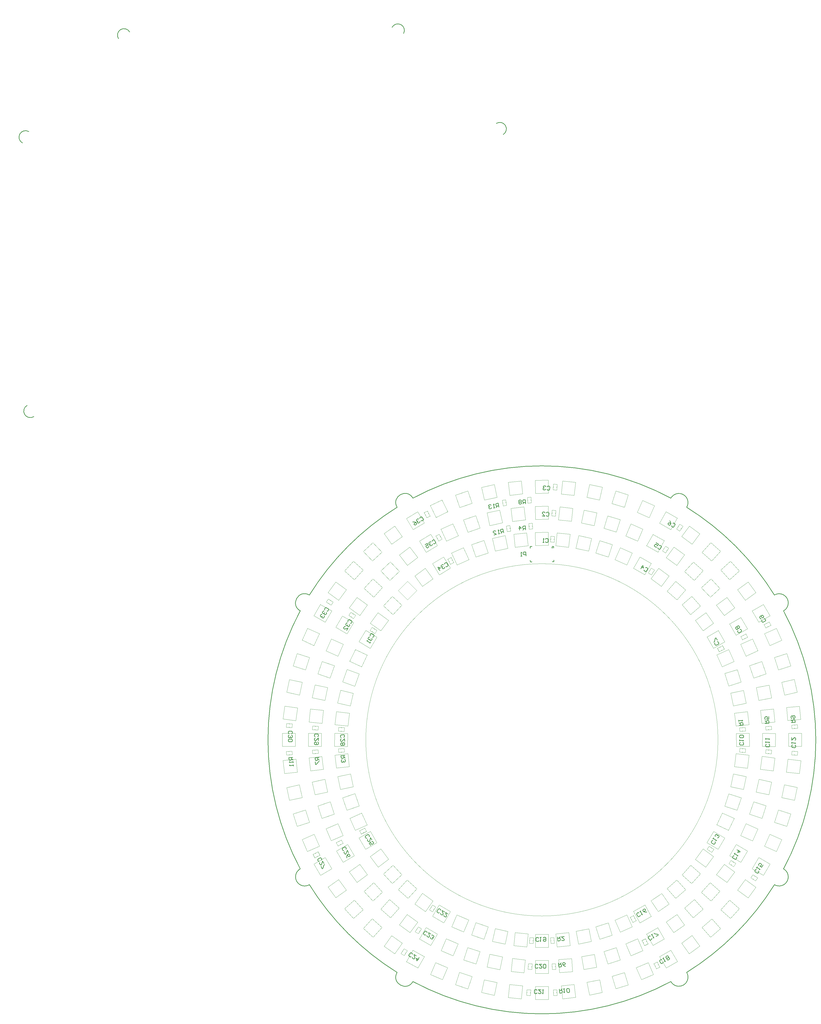
<source format=gbo>
G04 Layer_Color=32896*
%FSLAX42Y42*%
%MOMM*%
G71*
G01*
G75*
%ADD112C,0.10*%
%ADD113C,0.25*%
%ADD154C,0.20*%
%ADD292C,0.50*%
D112*
X6750Y0D02*
G03*
X6750Y0I-6750J0D01*
G01*
X-7435Y-530D02*
X-7383Y-1027D01*
X-7933Y-582D02*
X-7880Y-1080D01*
X-7933Y-582D02*
X-7435Y-530D01*
X-7880Y-1080D02*
X-7383Y-1027D01*
X-246Y7446D02*
X254Y7454D01*
X-254Y7946D02*
X246Y7954D01*
X254Y7454D01*
X-254Y7946D02*
X-246Y7446D01*
X528Y7438D02*
X1025Y7381D01*
X585Y7935D02*
X1082Y7878D01*
X1025Y7381D02*
X1082Y7878D01*
X528Y7438D02*
X585Y7935D01*
X1304Y7340D02*
X1792Y7235D01*
X1409Y7829D02*
X1898Y7723D01*
X1792Y7235D02*
X1898Y7723D01*
X1304Y7340D02*
X1409Y7829D01*
X2065Y7162D02*
X2541Y7009D01*
X2218Y7638D02*
X2694Y7484D01*
X2541Y7009D02*
X2694Y7484D01*
X2065Y7162D02*
X2218Y7638D01*
X2802Y6907D02*
X3259Y6705D01*
X3004Y7364D02*
X3462Y7162D01*
X3259Y6705D02*
X3462Y7162D01*
X2802Y6907D02*
X3004Y7364D01*
X4176Y6176D02*
X4579Y5880D01*
X4473Y6579D02*
X4875Y6283D01*
X4579Y5880D02*
X4875Y6283D01*
X4176Y6176D02*
X4473Y6579D01*
X4799Y5700D02*
X5175Y5369D01*
X5130Y6075D02*
X5505Y5745D01*
X5175Y5369D02*
X5505Y5745D01*
X4799Y5700D02*
X5130Y6075D01*
X5369Y5176D02*
X5698Y4800D01*
X5746Y5505D02*
X6075Y5128D01*
X5698Y4800D02*
X6075Y5128D01*
X5369Y5176D02*
X5746Y5505D01*
X5880Y4581D02*
X6175Y4177D01*
X6284Y4875D02*
X6579Y4471D01*
X6175Y4177D02*
X6579Y4471D01*
X5880Y4581D02*
X6284Y4875D01*
X6704Y3258D02*
X6908Y2802D01*
X7160Y3462D02*
X7365Y3006D01*
X6908Y2802D02*
X7365Y3006D01*
X6704Y3258D02*
X7160Y3462D01*
X7011Y2546D02*
X7157Y2067D01*
X7489Y2691D02*
X7635Y2213D01*
X7157Y2067D02*
X7635Y2213D01*
X7011Y2546D02*
X7489Y2691D01*
X7236Y1795D02*
X7338Y1305D01*
X7726Y1897D02*
X7827Y1407D01*
X7338Y1305D02*
X7827Y1407D01*
X7236Y1795D02*
X7726Y1897D01*
X7381Y1025D02*
X7438Y528D01*
X7878Y1082D02*
X7935Y585D01*
X7438Y528D02*
X7935Y585D01*
X7381Y1025D02*
X7878Y1082D01*
X-1025Y7381D02*
X-528Y7438D01*
X-1082Y7878D02*
X-585Y7935D01*
X-528Y7438D01*
X-1082Y7878D02*
X-1025Y7381D01*
X-246Y8446D02*
X254Y8454D01*
X-254Y8946D02*
X246Y8954D01*
X254Y8454D01*
X-254Y8946D02*
X-246Y8446D01*
X635Y8430D02*
X1132Y8378D01*
X687Y8927D02*
X1184Y8875D01*
X1132Y8378D02*
X1184Y8875D01*
X635Y8430D02*
X687Y8927D01*
X1512Y8317D02*
X2001Y8213D01*
X1616Y8806D02*
X2105Y8702D01*
X2001Y8213D02*
X2105Y8702D01*
X1512Y8317D02*
X1616Y8806D01*
X2376Y8108D02*
X2854Y7962D01*
X2522Y8586D02*
X3001Y8440D01*
X2854Y7962D02*
X3001Y8440D01*
X2376Y8108D02*
X2522Y8586D01*
X3211Y7815D02*
X3671Y7620D01*
X3406Y8276D02*
X3866Y8080D01*
X3671Y7620D02*
X3866Y8080D01*
X3211Y7815D02*
X3406Y8276D01*
X4765Y6983D02*
X5169Y6689D01*
X5058Y7388D02*
X5463Y7094D01*
X5169Y6689D02*
X5463Y7094D01*
X4765Y6983D02*
X5058Y7388D01*
X5468Y6447D02*
X5840Y6112D01*
X5803Y6818D02*
X6175Y6484D01*
X5840Y6112D02*
X6175Y6484D01*
X5468Y6447D02*
X5803Y6818D01*
X6112Y5834D02*
X6453Y5468D01*
X6478Y6175D02*
X6819Y5809D01*
X6453Y5468D02*
X6819Y5809D01*
X6112Y5834D02*
X6478Y6175D01*
X6689Y5166D02*
X6986Y4764D01*
X7091Y5463D02*
X7388Y5061D01*
X6986Y4764D02*
X7388Y5061D01*
X6689Y5166D02*
X7091Y5463D01*
X7193Y4442D02*
X7443Y4008D01*
X7626Y4692D02*
X7876Y4258D01*
X7443Y4008D02*
X7876Y4258D01*
X7193Y4442D02*
X7626Y4692D01*
X7617Y3662D02*
X7824Y3207D01*
X8072Y3870D02*
X8279Y3415D01*
X7824Y3207D02*
X8279Y3415D01*
X7617Y3662D02*
X8072Y3870D01*
X7958Y2846D02*
X8116Y2372D01*
X8432Y3005D02*
X8591Y2531D01*
X8116Y2372D02*
X8591Y2531D01*
X7958Y2846D02*
X8432Y3005D01*
X8217Y2007D02*
X8312Y1516D01*
X8708Y2102D02*
X8803Y1611D01*
X8312Y1516D02*
X8803Y1611D01*
X8217Y2007D02*
X8708Y2102D01*
X8378Y1132D02*
X8430Y635D01*
X8875Y1184D02*
X8927Y687D01*
X8430Y635D02*
X8927Y687D01*
X8378Y1132D02*
X8875Y1184D01*
X-1129Y8376D02*
X-633Y8432D01*
X-1186Y8872D02*
X-689Y8929D01*
X-633Y8432D01*
X-1186Y8872D02*
X-1129Y8376D01*
X-246Y9446D02*
X254Y9454D01*
X-254Y9946D02*
X246Y9954D01*
X254Y9454D01*
X-254Y9946D02*
X-246Y9446D01*
X739Y9424D02*
X1236Y9372D01*
X791Y9922D02*
X1289Y9869D01*
X1236Y9372D02*
X1289Y9869D01*
X739Y9424D02*
X791Y9922D01*
X1720Y9295D02*
X2209Y9192D01*
X1824Y9785D02*
X2313Y9681D01*
X2209Y9192D02*
X2313Y9681D01*
X1720Y9295D02*
X1824Y9785D01*
X3654Y8716D02*
X4112Y8515D01*
X3856Y9174D02*
X4313Y8972D01*
X4112Y8515D02*
X4313Y8972D01*
X3654Y8716D02*
X3856Y9174D01*
X5352Y7795D02*
X5754Y7498D01*
X5649Y8197D02*
X6051Y7900D01*
X5754Y7498D02*
X6051Y7900D01*
X5352Y7795D02*
X5649Y8197D01*
X6137Y7190D02*
X6509Y6855D01*
X6472Y7562D02*
X6844Y7227D01*
X6509Y6855D02*
X6844Y7227D01*
X6137Y7190D02*
X6472Y7562D01*
X6855Y6509D02*
X7190Y6137D01*
X7227Y6844D02*
X7562Y6472D01*
X7190Y6137D02*
X7562Y6472D01*
X6855Y6509D02*
X7227Y6844D01*
X7498Y5757D02*
X7792Y5352D01*
X7903Y6051D02*
X8197Y5646D01*
X7792Y5352D02*
X8197Y5646D01*
X7498Y5757D02*
X7903Y6051D01*
X8059Y4942D02*
X8309Y4508D01*
X8492Y5192D02*
X8742Y4758D01*
X8309Y4508D02*
X8742Y4758D01*
X8059Y4942D02*
X8492Y5192D01*
X8531Y4071D02*
X8735Y3615D01*
X8987Y4276D02*
X9192Y3819D01*
X8735Y3615D02*
X9192Y3819D01*
X8531Y4071D02*
X8987Y4276D01*
X8910Y3158D02*
X9065Y2682D01*
X9386Y3312D02*
X9540Y2837D01*
X9065Y2682D02*
X9540Y2837D01*
X8910Y3158D02*
X9386Y3312D01*
X9190Y2207D02*
X9298Y1719D01*
X9678Y2315D02*
X9786Y1827D01*
X9298Y1719D02*
X9786Y1827D01*
X9190Y2207D02*
X9678Y2315D01*
X9374Y1239D02*
X9422Y741D01*
X9872Y1287D02*
X9920Y789D01*
X9422Y741D02*
X9920Y789D01*
X9374Y1239D02*
X9872Y1287D01*
X-1234Y9370D02*
X-737Y9427D01*
X-1291Y9867D02*
X-794Y9924D01*
X-737Y9427D01*
X-1291Y9867D02*
X-1234Y9370D01*
X2684Y9062D02*
X3161Y8912D01*
X2834Y9539D02*
X3311Y9389D01*
X3161Y8912D02*
X3311Y9389D01*
X2684Y9062D02*
X2834Y9539D01*
X6328Y3945D02*
X6574Y3509D01*
X6763Y4191D02*
X7009Y3755D01*
X6574Y3509D02*
X7009Y3755D01*
X6328Y3945D02*
X6763Y4191D01*
X473Y7578D02*
X478Y7798D01*
X328Y7581D02*
X333Y7801D01*
X328Y7581D02*
X473Y7578D01*
X333Y7801D02*
X478Y7798D01*
X4197Y6326D02*
X4313Y6513D01*
X4074Y6402D02*
X4190Y6589D01*
X4074Y6402D02*
X4197Y6326D01*
X4190Y6589D02*
X4313Y6513D01*
X4740Y7165D02*
X4859Y7350D01*
X4618Y7243D02*
X4737Y7428D01*
X4618Y7243D02*
X4740Y7165D01*
X4737Y7428D02*
X4859Y7350D01*
X4509Y8306D02*
X4944Y8060D01*
X4756Y8741D02*
X5191Y8495D01*
X4944Y8060D02*
X5191Y8495D01*
X4509Y8306D02*
X4756Y8741D01*
X4010Y7437D02*
X4447Y7195D01*
X4253Y7874D02*
X4690Y7632D01*
X4447Y7195D02*
X4690Y7632D01*
X4010Y7437D02*
X4253Y7874D01*
X3509Y6574D02*
X3945Y6328D01*
X3755Y7009D02*
X4191Y6763D01*
X3945Y6328D02*
X4191Y6763D01*
X3509Y6574D02*
X3755Y7009D01*
X5283Y8003D02*
X5404Y8187D01*
X5162Y8083D02*
X5283Y8267D01*
X5162Y8083D02*
X5283Y8003D01*
X5283Y8267D02*
X5404Y8187D01*
X6796Y3381D02*
X6992Y3482D01*
X6730Y3510D02*
X6925Y3611D01*
X6730Y3510D02*
X6796Y3381D01*
X6925Y3611D02*
X6992Y3482D01*
X7688Y3835D02*
X7883Y3936D01*
X7621Y3963D02*
X7816Y4065D01*
X7621Y3963D02*
X7688Y3835D01*
X7816Y4065D02*
X7883Y3936D01*
X8578Y4289D02*
X8774Y4389D01*
X8512Y4418D02*
X8708Y4518D01*
X8512Y4418D02*
X8578Y4289D01*
X8708Y4518D02*
X8774Y4389D01*
X7575Y-469D02*
X7795Y-482D01*
X7584Y-324D02*
X7803Y-337D01*
X7575Y-469D02*
X7584Y-324D01*
X7795Y-482D02*
X7803Y-337D01*
X8574Y-522D02*
X8794Y-534D01*
X8582Y-377D02*
X8802Y-389D01*
X8574Y-522D02*
X8582Y-377D01*
X8794Y-534D02*
X8802Y-389D01*
X9574Y-575D02*
X9794Y-585D01*
X9580Y-431D02*
X9800Y-440D01*
X9574Y-575D02*
X9580Y-431D01*
X9794Y-585D02*
X9800Y-440D01*
X6326Y-4193D02*
X6509Y-4315D01*
X6406Y-4073D02*
X6590Y-4194D01*
X6326Y-4193D02*
X6406Y-4073D01*
X6509Y-4315D02*
X6590Y-4194D01*
X7165Y-4739D02*
X7349Y-4859D01*
X7244Y-4618D02*
X7428Y-4737D01*
X7165Y-4739D02*
X7244Y-4618D01*
X7349Y-4859D02*
X7428Y-4737D01*
X8003Y-5283D02*
X8187Y-5404D01*
X8083Y-5162D02*
X8267Y-5283D01*
X8003Y-5283D02*
X8083Y-5162D01*
X8187Y-5404D02*
X8267Y-5283D01*
X3381Y-6796D02*
X3482Y-6992D01*
X3510Y-6730D02*
X3611Y-6925D01*
X3381Y-6796D02*
X3510Y-6730D01*
X3482Y-6992D02*
X3611Y-6925D01*
X3835Y-7687D02*
X3936Y-7883D01*
X3964Y-7621D02*
X4065Y-7816D01*
X3835Y-7687D02*
X3964Y-7621D01*
X3936Y-7883D02*
X4065Y-7816D01*
X4289Y-8577D02*
X4389Y-8774D01*
X4419Y-8512D02*
X4518Y-8708D01*
X4289Y-8577D02*
X4419Y-8512D01*
X4389Y-8774D02*
X4518Y-8708D01*
X-481Y-7796D02*
X-470Y-7576D01*
X-336Y-7803D02*
X-325Y-7583D01*
X-470Y-7576D02*
X-325Y-7583D01*
X-481Y-7796D02*
X-336Y-7803D01*
X-533Y-8794D02*
X-522Y-8575D01*
X-388Y-8802D02*
X-377Y-8582D01*
X-522Y-8575D02*
X-377Y-8582D01*
X-533Y-8794D02*
X-388Y-8802D01*
X-585Y-9793D02*
X-575Y-9574D01*
X-440Y-9800D02*
X-430Y-9580D01*
X-575Y-9574D02*
X-430Y-9580D01*
X-585Y-9793D02*
X-440Y-9800D01*
X-4315Y-6509D02*
X-4193Y-6326D01*
X-4194Y-6590D02*
X-4072Y-6406D01*
X-4193Y-6326D02*
X-4072Y-6406D01*
X-4315Y-6509D02*
X-4194Y-6590D01*
X-4859Y-7349D02*
X-4739Y-7165D01*
X-4738Y-7428D02*
X-4618Y-7244D01*
X-4739Y-7165D02*
X-4618Y-7244D01*
X-4859Y-7349D02*
X-4738Y-7428D01*
X-5404Y-8188D02*
X-5284Y-8003D01*
X-5282Y-8267D02*
X-5162Y-8082D01*
X-5284Y-8003D02*
X-5162Y-8082D01*
X-5404Y-8188D02*
X-5282Y-8267D01*
X-6992Y-3481D02*
X-6796Y-3381D01*
X-6926Y-3610D02*
X-6730Y-3510D01*
X-6796Y-3381D02*
X-6730Y-3510D01*
X-6992Y-3481D02*
X-6926Y-3610D01*
X525Y8576D02*
X531Y8796D01*
X380Y8580D02*
X386Y8800D01*
X380Y8580D02*
X525Y8576D01*
X386Y8800D02*
X531Y8796D01*
X576Y9574D02*
X584Y9794D01*
X431Y9580D02*
X439Y9799D01*
X431Y9580D02*
X576Y9574D01*
X439Y9799D02*
X584Y9794D01*
X-3942Y7883D02*
X-3832Y7692D01*
X-4067Y7811D02*
X-3958Y7620D01*
X-3832Y7692D01*
X-4067Y7811D02*
X-3942Y7883D01*
X-9800Y-445D02*
X-9793Y-580D01*
X-9580Y-435D02*
X-9574Y-570D01*
X-9793Y-580D02*
X-9574Y-570D01*
X-9800Y-445D02*
X-9580Y-435D01*
X9793Y581D02*
X9800Y446D01*
X9573Y569D02*
X9580Y434D01*
X9573Y569D02*
X9793Y581D01*
X9580Y434D02*
X9800Y446D01*
X-543Y9074D02*
X-408Y9081D01*
X-555Y9294D02*
X-420Y9301D01*
X-408Y9081D01*
X-555Y9294D02*
X-543Y9074D01*
X-8801Y-393D02*
X-8795Y-528D01*
X-8581Y-383D02*
X-8575Y-518D01*
X-8795Y-528D02*
X-8575Y-518D01*
X-8801Y-393D02*
X-8581Y-383D01*
X8795Y527D02*
X8801Y393D01*
X8575Y518D02*
X8581Y383D01*
X8575Y518D02*
X8795Y527D01*
X8581Y383D02*
X8801Y393D01*
X-491Y8075D02*
X-356Y8082D01*
X-502Y8295D02*
X-368Y8302D01*
X-356Y8082D01*
X-502Y8295D02*
X-491Y8075D01*
X-7803Y-342D02*
X-7796Y-476D01*
X-7583Y-329D02*
X-7576Y-464D01*
X-7796Y-476D02*
X-7576Y-464D01*
X-7803Y-342D02*
X-7583Y-329D01*
X7797Y475D02*
X7802Y340D01*
X7577Y466D02*
X7582Y331D01*
X7577Y466D02*
X7797Y475D01*
X7582Y331D02*
X7802Y340D01*
X7448Y248D02*
X7452Y-252D01*
X7948Y252D02*
X7952Y-248D01*
X7452Y-252D02*
X7952Y-248D01*
X7448Y248D02*
X7948Y252D01*
X8448Y-248D02*
X8452Y252D01*
X8948Y-252D02*
X8952Y248D01*
X8448Y-248D02*
X8948Y-252D01*
X8452Y252D02*
X8952Y248D01*
X9450Y250D02*
X9450Y-250D01*
X9950Y250D02*
X9950Y-250D01*
X9450Y-250D02*
X9950Y-250D01*
X9450Y250D02*
X9950Y250D01*
X9370Y-1234D02*
X9427Y-737D01*
X9867Y-1291D02*
X9924Y-794D01*
X9370Y-1234D02*
X9867Y-1291D01*
X9427Y-737D02*
X9924Y-794D01*
X8374Y-1127D02*
X8435Y-631D01*
X8870Y-1188D02*
X8931Y-692D01*
X8374Y-1127D02*
X8870Y-1188D01*
X8435Y-631D02*
X8931Y-692D01*
X7381Y-1025D02*
X7438Y-528D01*
X7878Y-1082D02*
X7935Y-585D01*
X7381Y-1025D02*
X7878Y-1082D01*
X7438Y-528D02*
X7935Y-585D01*
X7235Y-1793D02*
X7339Y-1304D01*
X7724Y-1897D02*
X7828Y-1408D01*
X7235Y-1793D02*
X7724Y-1897D01*
X7339Y-1304D02*
X7828Y-1408D01*
X7008Y-2540D02*
X7163Y-2064D01*
X7484Y-2694D02*
X7638Y-2219D01*
X7008Y-2540D02*
X7484Y-2694D01*
X7163Y-2064D02*
X7638Y-2219D01*
X7959Y-2849D02*
X8114Y-2373D01*
X8435Y-3003D02*
X8589Y-2528D01*
X7959Y-2849D02*
X8435Y-3003D01*
X8114Y-2373D02*
X8589Y-2528D01*
X8910Y-3158D02*
X9065Y-2682D01*
X9386Y-3312D02*
X9540Y-2837D01*
X8910Y-3158D02*
X9386Y-3312D01*
X9065Y-2682D02*
X9540Y-2837D01*
X9192Y-2209D02*
X9295Y-1720D01*
X9681Y-2313D02*
X9785Y-1824D01*
X9192Y-2209D02*
X9681Y-2313D01*
X9295Y-1720D02*
X9785Y-1824D01*
X8213Y-2001D02*
X8317Y-1512D01*
X8702Y-2105D02*
X8806Y-1616D01*
X8213Y-2001D02*
X8702Y-2105D01*
X8317Y-1512D02*
X8806Y-1616D01*
X8531Y-4072D02*
X8735Y-3615D01*
X8988Y-4275D02*
X9191Y-3819D01*
X8531Y-4072D02*
X8988Y-4275D01*
X8735Y-3615D02*
X9191Y-3819D01*
X7617Y-3664D02*
X7823Y-3208D01*
X8073Y-3869D02*
X8278Y-3413D01*
X7617Y-3664D02*
X8073Y-3869D01*
X7823Y-3208D02*
X8278Y-3413D01*
X6702Y-3253D02*
X6913Y-2800D01*
X7155Y-3464D02*
X7367Y-3011D01*
X6702Y-3253D02*
X7155Y-3464D01*
X6913Y-2800D02*
X7367Y-3011D01*
X6325Y-3936D02*
X6583Y-3507D01*
X6754Y-4193D02*
X7011Y-3764D01*
X6325Y-3936D02*
X6754Y-4193D01*
X6583Y-3507D02*
X7011Y-3764D01*
X7192Y-4439D02*
X7446Y-4008D01*
X7623Y-4692D02*
X7877Y-4261D01*
X7192Y-4439D02*
X7623Y-4692D01*
X7446Y-4008D02*
X7877Y-4261D01*
X8058Y-4939D02*
X8312Y-4508D01*
X8489Y-5192D02*
X8743Y-4761D01*
X8058Y-4939D02*
X8489Y-5192D01*
X8312Y-4508D02*
X8743Y-4761D01*
X6688Y-5163D02*
X6989Y-4764D01*
X7088Y-5464D02*
X7389Y-5065D01*
X6688Y-5163D02*
X7088Y-5464D01*
X6989Y-4764D02*
X7389Y-5065D01*
X7498Y-5757D02*
X7792Y-5352D01*
X7903Y-6051D02*
X8197Y-5646D01*
X7498Y-5757D02*
X7903Y-6051D01*
X7792Y-5352D02*
X8197Y-5646D01*
X5880Y-4578D02*
X6177Y-4176D01*
X6282Y-4876D02*
X6579Y-4474D01*
X5880Y-4578D02*
X6282Y-4876D01*
X6177Y-4176D02*
X6579Y-4474D01*
X6855Y-6509D02*
X7190Y-6137D01*
X7227Y-6844D02*
X7562Y-6472D01*
X6855Y-6509D02*
X7227Y-6844D01*
X7190Y-6137D02*
X7562Y-6472D01*
X6112Y-5840D02*
X6447Y-5468D01*
X6484Y-6175D02*
X6818Y-5803D01*
X6112Y-5840D02*
X6484Y-6175D01*
X6447Y-5468D02*
X6818Y-5803D01*
X5369Y-5171D02*
X5704Y-4799D01*
X5741Y-5505D02*
X6075Y-5134D01*
X5369Y-5171D02*
X5741Y-5505D01*
X5704Y-4799D02*
X6075Y-5134D01*
X6138Y-7187D02*
X6512Y-6856D01*
X6469Y-7561D02*
X6843Y-7230D01*
X6138Y-7187D02*
X6469Y-7561D01*
X6512Y-6856D02*
X6843Y-7230D01*
X5469Y-6444D02*
X5843Y-6112D01*
X5800Y-6818D02*
X6174Y-6487D01*
X5469Y-6444D02*
X5800Y-6818D01*
X5843Y-6112D02*
X6174Y-6487D01*
X4799Y-5701D02*
X5174Y-5369D01*
X5131Y-6075D02*
X5505Y-5744D01*
X4799Y-5701D02*
X5131Y-6075D01*
X5174Y-5369D02*
X5505Y-5744D01*
X5352Y-7792D02*
X5757Y-7498D01*
X5646Y-8197D02*
X6051Y-7903D01*
X5352Y-7792D02*
X5646Y-8197D01*
X5757Y-7498D02*
X6051Y-7903D01*
X4766Y-6977D02*
X5175Y-6690D01*
X5052Y-7387D02*
X5462Y-7100D01*
X4766Y-6977D02*
X5052Y-7387D01*
X5175Y-6690D02*
X5462Y-7100D01*
X4178Y-6165D02*
X4590Y-5882D01*
X4462Y-6577D02*
X4874Y-6294D01*
X4178Y-6165D02*
X4462Y-6577D01*
X4590Y-5882D02*
X4874Y-6294D01*
X4508Y-8310D02*
X4940Y-8059D01*
X4760Y-8742D02*
X5192Y-8491D01*
X4508Y-8310D02*
X4760Y-8742D01*
X4940Y-8059D02*
X5192Y-8491D01*
X4009Y-7440D02*
X4445Y-7194D01*
X4255Y-7875D02*
X4691Y-7629D01*
X4009Y-7440D02*
X4255Y-7875D01*
X4445Y-7194D02*
X4691Y-7629D01*
X3510Y-6571D02*
X3947Y-6329D01*
X3753Y-7008D02*
X4190Y-6766D01*
X3510Y-6571D02*
X3753Y-7008D01*
X3947Y-6329D02*
X4190Y-6766D01*
X3616Y-8732D02*
X4075Y-8532D01*
X3816Y-9190D02*
X4274Y-8991D01*
X3616Y-8732D02*
X3816Y-9190D01*
X4075Y-8532D02*
X4274Y-8991D01*
X3211Y-7815D02*
X3671Y-7620D01*
X3406Y-8276D02*
X3866Y-8080D01*
X3211Y-7815D02*
X3406Y-8276D01*
X3671Y-7620D02*
X3866Y-8080D01*
X2802Y-6908D02*
X3259Y-6704D01*
X3005Y-7364D02*
X3462Y-7161D01*
X2802Y-6908D02*
X3005Y-7364D01*
X3259Y-6704D02*
X3462Y-7161D01*
X2685Y-9059D02*
X3163Y-8913D01*
X2831Y-9537D02*
X3310Y-9391D01*
X2685Y-9059D02*
X2831Y-9537D01*
X3163Y-8913D02*
X3310Y-9391D01*
X2373Y-8114D02*
X2849Y-7959D01*
X2528Y-8589D02*
X3003Y-8435D01*
X2373Y-8114D02*
X2528Y-8589D01*
X2849Y-7959D02*
X3003Y-8435D01*
X2066Y-7160D02*
X2543Y-7010D01*
X2216Y-7637D02*
X2693Y-7486D01*
X2066Y-7160D02*
X2216Y-7637D01*
X2543Y-7010D02*
X2693Y-7486D01*
X1722Y-9293D02*
X2212Y-9193D01*
X1822Y-9783D02*
X2312Y-9683D01*
X1722Y-9293D02*
X1822Y-9783D01*
X2212Y-9193D02*
X2312Y-9683D01*
X1517Y-8310D02*
X2009Y-8219D01*
X1609Y-8801D02*
X2100Y-8710D01*
X1517Y-8310D02*
X1609Y-8801D01*
X2009Y-8219D02*
X2100Y-8710D01*
X1306Y-7337D02*
X1796Y-7237D01*
X1406Y-7827D02*
X1896Y-7727D01*
X1306Y-7337D02*
X1406Y-7827D01*
X1796Y-7237D02*
X1896Y-7727D01*
X739Y-9424D02*
X1236Y-9372D01*
X791Y-9922D02*
X1289Y-9869D01*
X739Y-9424D02*
X791Y-9922D01*
X1236Y-9372D02*
X1289Y-9869D01*
X-250Y-9450D02*
X250Y-9450D01*
X-250Y-9950D02*
X250Y-9950D01*
X-250Y-9450D02*
X-250Y-9950D01*
X250Y-9450D02*
X250Y-9950D01*
X-1238Y-9373D02*
X-740Y-9423D01*
X-1288Y-9871D02*
X-790Y-9921D01*
X-1288Y-9871D02*
X-1238Y-9373D01*
X-790Y-9921D02*
X-740Y-9423D01*
X-2209Y-9192D02*
X-1720Y-9295D01*
X-2313Y-9681D02*
X-1824Y-9785D01*
X-2313Y-9681D02*
X-2209Y-9192D01*
X-1824Y-9785D02*
X-1720Y-9295D01*
X-3158Y-8910D02*
X-2682Y-9065D01*
X-3312Y-9386D02*
X-2837Y-9540D01*
X-3312Y-9386D02*
X-3158Y-8910D01*
X-2837Y-9540D02*
X-2682Y-9065D01*
X643Y-8420D02*
X1141Y-8386D01*
X677Y-8919D02*
X1176Y-8884D01*
X643Y-8420D02*
X677Y-8919D01*
X1141Y-8386D02*
X1176Y-8884D01*
X-250Y-8450D02*
X250Y-8450D01*
X-250Y-8950D02*
X250Y-8950D01*
X-250Y-8450D02*
X-250Y-8950D01*
X250Y-8950D02*
X250Y-8450D01*
X530Y-7435D02*
X1027Y-7383D01*
X582Y-7933D02*
X1080Y-7880D01*
X530Y-7435D02*
X582Y-7933D01*
X1027Y-7383D02*
X1080Y-7880D01*
X-248Y-7448D02*
X252Y-7452D01*
X-252Y-7948D02*
X248Y-7952D01*
X-252Y-7948D02*
X-248Y-7448D01*
X248Y-7952D02*
X252Y-7452D01*
X-1030Y-7385D02*
X-532Y-7433D01*
X-1078Y-7883D02*
X-580Y-7931D01*
X-1078Y-7883D02*
X-1030Y-7385D01*
X-580Y-7931D02*
X-532Y-7433D01*
X-1132Y-8378D02*
X-635Y-8430D01*
X-1184Y-8875D02*
X-687Y-8927D01*
X-1184Y-8875D02*
X-1132Y-8378D01*
X-687Y-8927D02*
X-635Y-8430D01*
X-2001Y-8213D02*
X-1512Y-8317D01*
X-2105Y-8702D02*
X-1616Y-8806D01*
X-2105Y-8702D02*
X-2001Y-8213D01*
X-1616Y-8806D02*
X-1512Y-8317D01*
X-1793Y-7235D02*
X-1304Y-7339D01*
X-1897Y-7724D02*
X-1408Y-7828D01*
X-1897Y-7724D02*
X-1793Y-7235D01*
X-1408Y-7828D02*
X-1304Y-7339D01*
X-2852Y-7961D02*
X-2375Y-8111D01*
X-3002Y-8437D02*
X-2525Y-8588D01*
X-3002Y-8437D02*
X-2852Y-7961D01*
X-2525Y-8588D02*
X-2375Y-8111D01*
X-2537Y-7007D02*
X-2063Y-7165D01*
X-2696Y-7481D02*
X-2222Y-7640D01*
X-2696Y-7481D02*
X-2537Y-7007D01*
X-2222Y-7640D02*
X-2063Y-7165D01*
X-4075Y-8532D02*
X-3616Y-8732D01*
X-4274Y-8991D02*
X-3816Y-9190D01*
X-4274Y-8991D02*
X-4075Y-8532D01*
X-3816Y-9190D02*
X-3616Y-8732D01*
X-3671Y-7620D02*
X-3211Y-7815D01*
X-3866Y-8080D02*
X-3406Y-8276D01*
X-3866Y-8080D02*
X-3671Y-7620D01*
X-3406Y-8276D02*
X-3211Y-7815D01*
X-3261Y-6705D02*
X-2803Y-6905D01*
X-3461Y-7164D02*
X-3002Y-7363D01*
X-3461Y-7164D02*
X-3261Y-6705D01*
X-3002Y-7363D02*
X-2803Y-6905D01*
X-3939Y-6326D02*
X-3508Y-6580D01*
X-4192Y-6757D02*
X-3761Y-7011D01*
X-4192Y-6757D02*
X-3939Y-6326D01*
X-3761Y-7011D02*
X-3508Y-6580D01*
X-4442Y-7193D02*
X-4008Y-7443D01*
X-4692Y-7626D02*
X-4258Y-7876D01*
X-4692Y-7626D02*
X-4442Y-7193D01*
X-4258Y-7876D02*
X-4008Y-7443D01*
X-4947Y-8061D02*
X-4510Y-8303D01*
X-5190Y-8498D02*
X-4753Y-8740D01*
X-5190Y-8498D02*
X-4947Y-8061D01*
X-4753Y-8740D02*
X-4510Y-8303D01*
X-5760Y-7499D02*
X-5353Y-7789D01*
X-6050Y-7906D02*
X-5643Y-8196D01*
X-6050Y-7906D02*
X-5760Y-7499D01*
X-5643Y-8196D02*
X-5353Y-7789D01*
X-5166Y-6689D02*
X-4764Y-6986D01*
X-5463Y-7091D02*
X-5061Y-7388D01*
X-5463Y-7091D02*
X-5166Y-6689D01*
X-5061Y-7388D02*
X-4764Y-6986D01*
X-4584Y-5881D02*
X-4177Y-6171D01*
X-4875Y-6288D02*
X-4468Y-6578D01*
X-4875Y-6288D02*
X-4584Y-5881D01*
X-4468Y-6578D02*
X-4177Y-6171D01*
X-5168Y-5369D02*
X-4799Y-5707D01*
X-5506Y-5738D02*
X-5137Y-6075D01*
X-5506Y-5738D02*
X-5168Y-5369D01*
X-5137Y-6075D02*
X-4799Y-5707D01*
X-5843Y-6112D02*
X-5469Y-6444D01*
X-6174Y-6487D02*
X-5800Y-6818D01*
X-6174Y-6487D02*
X-5843Y-6112D01*
X-5800Y-6818D02*
X-5469Y-6444D01*
X-6509Y-6855D02*
X-6137Y-7190D01*
X-6844Y-7227D02*
X-6472Y-7562D01*
X-6844Y-7227D02*
X-6509Y-6855D01*
X-6472Y-7562D02*
X-6137Y-7190D01*
X-7190Y-6137D02*
X-6855Y-6509D01*
X-7562Y-6472D02*
X-7227Y-6844D01*
X-7562Y-6472D02*
X-7190Y-6137D01*
X-7227Y-6844D02*
X-6855Y-6509D01*
X-6450Y-5468D02*
X-6112Y-5837D01*
X-6819Y-5806D02*
X-6481Y-6175D01*
X-6819Y-5806D02*
X-6450Y-5468D01*
X-6481Y-6175D02*
X-6112Y-5837D01*
X-5707Y-4799D02*
X-5369Y-5168D01*
X-6075Y-5137D02*
X-5738Y-5506D01*
X-6075Y-5137D02*
X-5707Y-4799D01*
X-5738Y-5506D02*
X-5369Y-5168D01*
X-7789Y-5353D02*
X-7499Y-5760D01*
X-8196Y-5643D02*
X-7906Y-6050D01*
X-8196Y-5643D02*
X-7789Y-5353D01*
X-7906Y-6050D02*
X-7499Y-5760D01*
X-6983Y-4765D02*
X-6689Y-5169D01*
X-7388Y-5058D02*
X-7094Y-5463D01*
X-7388Y-5058D02*
X-6983Y-4765D01*
X-7094Y-5463D02*
X-6689Y-5169D01*
X-6179Y-4176D02*
X-5880Y-4577D01*
X-6579Y-4475D02*
X-6280Y-4876D01*
X-6579Y-4475D02*
X-6179Y-4176D01*
X-6280Y-4876D02*
X-5880Y-4577D01*
X-8312Y-4508D02*
X-8058Y-4939D01*
X-8743Y-4761D02*
X-8489Y-5192D01*
X-8743Y-4761D02*
X-8312Y-4508D01*
X-8489Y-5192D02*
X-8058Y-4939D01*
X-7446Y-4008D02*
X-7192Y-4439D01*
X-7877Y-4261D02*
X-7623Y-4692D01*
X-7877Y-4261D02*
X-7446Y-4008D01*
X-7623Y-4692D02*
X-7192Y-4439D01*
X-6577Y-3508D02*
X-6327Y-3942D01*
X-7010Y-3758D02*
X-6760Y-4192D01*
X-7010Y-3758D02*
X-6577Y-3508D01*
X-6760Y-4192D02*
X-6327Y-3942D01*
X-6908Y-2802D02*
X-6704Y-3259D01*
X-7364Y-3005D02*
X-7161Y-3462D01*
X-7364Y-3005D02*
X-6908Y-2802D01*
X-7161Y-3462D02*
X-6704Y-3259D01*
X-7815Y-3211D02*
X-7620Y-3671D01*
X-8276Y-3406D02*
X-8080Y-3866D01*
X-8276Y-3406D02*
X-7815Y-3211D01*
X-8080Y-3866D02*
X-7620Y-3671D01*
X-8732Y-3616D02*
X-8532Y-4075D01*
X-9190Y-3816D02*
X-8991Y-4274D01*
X-9190Y-3816D02*
X-8732Y-3616D01*
X-8991Y-4274D02*
X-8532Y-4075D01*
X-9065Y-2682D02*
X-8910Y-3158D01*
X-9540Y-2837D02*
X-9386Y-3312D01*
X-9540Y-2837D02*
X-9065Y-2682D01*
X-9386Y-3312D02*
X-8910Y-3158D01*
X-8116Y-2372D02*
X-7958Y-2846D01*
X-8591Y-2531D02*
X-8432Y-3005D01*
X-8591Y-2531D02*
X-8116Y-2372D01*
X-8432Y-3005D02*
X-7958Y-2846D01*
X-7165Y-2063D02*
X-7007Y-2537D01*
X-7640Y-2222D02*
X-7481Y-2696D01*
X-7640Y-2222D02*
X-7165Y-2063D01*
X-7481Y-2696D02*
X-7007Y-2537D01*
X-7337Y-1306D02*
X-7237Y-1796D01*
X-7827Y-1406D02*
X-7727Y-1896D01*
X-7827Y-1406D02*
X-7337Y-1306D01*
X-7727Y-1896D02*
X-7237Y-1796D01*
X-8317Y-1512D02*
X-8213Y-2001D01*
X-8806Y-1616D02*
X-8702Y-2105D01*
X-8806Y-1616D02*
X-8317Y-1512D01*
X-8702Y-2105D02*
X-8213Y-2001D01*
X-9298Y-1719D02*
X-9190Y-2207D01*
X-9786Y-1827D02*
X-9678Y-2315D01*
X-9786Y-1827D02*
X-9298Y-1719D01*
X-9678Y-2315D02*
X-9190Y-2207D01*
X-9424Y-739D02*
X-9372Y-1236D01*
X-9922Y-791D02*
X-9869Y-1289D01*
X-9922Y-791D02*
X-9424Y-739D01*
X-9869Y-1289D02*
X-9372Y-1236D01*
X-8432Y-633D02*
X-8376Y-1129D01*
X-8929Y-689D02*
X-8872Y-1186D01*
X-8929Y-689D02*
X-8432Y-633D01*
X-8872Y-1186D02*
X-8376Y-1129D01*
X-7454Y-254D02*
X-7446Y246D01*
X-7954Y-246D02*
X-7946Y254D01*
X-7446Y246D01*
X-7954Y-246D02*
X-7454Y-254D01*
X-8450Y250D02*
X-8450Y-250D01*
X-8950Y250D02*
X-8950Y-250D01*
X-8950Y250D02*
X-8450Y250D01*
X-8950Y-250D02*
X-8450Y-250D01*
X-9450Y250D02*
X-9450Y-250D01*
X-9950Y250D02*
X-9950Y-250D01*
X-9950Y250D02*
X-9450Y250D01*
X-9950Y-250D02*
X-9450Y-250D01*
X-9432Y733D02*
X-9366Y1229D01*
X-9927Y799D02*
X-9862Y1294D01*
X-9366Y1229D01*
X-9927Y799D02*
X-9432Y733D01*
X-8430Y635D02*
X-8378Y1132D01*
X-8927Y687D02*
X-8875Y1184D01*
X-8378Y1132D01*
X-8927Y687D02*
X-8430Y635D01*
X-7438Y528D02*
X-7381Y1025D01*
X-7935Y585D02*
X-7878Y1082D01*
X-7381Y1025D01*
X-7935Y585D02*
X-7438Y528D01*
X-7344Y1301D02*
X-7232Y1788D01*
X-7832Y1414D02*
X-7719Y1901D01*
X-7232Y1788D01*
X-7832Y1414D02*
X-7344Y1301D01*
X-8317Y1512D02*
X-8213Y2001D01*
X-8806Y1616D02*
X-8702Y2105D01*
X-8213Y2001D01*
X-8806Y1616D02*
X-8317Y1512D01*
X-9295Y1720D02*
X-9192Y2209D01*
X-9785Y1824D02*
X-9681Y2313D01*
X-9192Y2209D01*
X-9785Y1824D02*
X-9295Y1720D01*
X-9065Y2682D02*
X-8910Y3158D01*
X-9540Y2837D02*
X-9386Y3312D01*
X-8910Y3158D01*
X-9540Y2837D02*
X-9065Y2682D01*
X-8119Y2371D02*
X-7956Y2843D01*
X-8592Y2533D02*
X-8429Y3006D01*
X-7956Y2843D01*
X-8592Y2533D02*
X-8119Y2371D01*
X-7171Y2060D02*
X-7004Y2532D01*
X-7642Y2227D02*
X-7475Y2699D01*
X-7004Y2532D01*
X-7642Y2227D02*
X-7171Y2060D01*
X-6916Y2799D02*
X-6701Y3250D01*
X-7368Y3014D02*
X-7152Y3465D01*
X-6701Y3250D01*
X-7368Y3014D02*
X-6916Y2799D01*
X-7821Y3209D02*
X-7618Y3665D01*
X-8278Y3412D02*
X-8075Y3869D01*
X-7618Y3665D01*
X-8278Y3412D02*
X-7821Y3209D01*
X-8738Y3614D02*
X-8530Y4069D01*
X-9193Y3822D02*
X-8985Y4277D01*
X-8530Y4069D01*
X-9193Y3822D02*
X-8738Y3614D01*
X-6586Y3506D02*
X-6325Y3933D01*
X-7012Y3767D02*
X-6751Y4194D01*
X-6325Y3933D01*
X-7012Y3767D02*
X-6586Y3506D01*
X-7469Y4061D02*
X-7215Y4492D01*
X-7899Y4315D02*
X-7646Y4745D01*
X-7215Y4492D01*
X-7899Y4315D02*
X-7469Y4061D01*
X-8309Y4508D02*
X-8059Y4942D01*
X-8742Y4758D02*
X-8492Y5192D01*
X-8059Y4942D01*
X-8742Y4758D02*
X-8309Y4508D01*
X-7792Y5352D02*
X-7498Y5757D01*
X-8197Y5646D02*
X-7903Y6051D01*
X-7498Y5757D01*
X-8197Y5646D02*
X-7792Y5352D01*
X-6983Y4765D02*
X-6689Y5169D01*
X-7388Y5058D02*
X-7094Y5463D01*
X-6689Y5169D01*
X-7388Y5058D02*
X-6983Y4765D01*
X-6174Y4177D02*
X-5880Y4581D01*
X-6579Y4471D02*
X-6285Y4875D01*
X-5880Y4581D01*
X-6579Y4471D02*
X-6174Y4177D01*
X-5710Y4799D02*
X-5369Y5165D01*
X-6076Y5140D02*
X-5735Y5506D01*
X-5369Y5165D01*
X-6076Y5140D02*
X-5710Y4799D01*
X-6450Y5468D02*
X-6112Y5837D01*
X-6819Y5806D02*
X-6481Y6175D01*
X-6112Y5837D01*
X-6819Y5806D02*
X-6450Y5468D01*
X-7190Y6137D02*
X-6855Y6509D01*
X-7562Y6472D02*
X-7227Y6844D01*
X-6855Y6509D01*
X-7562Y6472D02*
X-7190Y6137D01*
X-5155Y5369D02*
X-4799Y5719D01*
X-5506Y5725D02*
X-5149Y6076D01*
X-4799Y5719D01*
X-5506Y5725D02*
X-5155Y5369D01*
X-4581Y5880D02*
X-4177Y6174D01*
X-4875Y6285D02*
X-4471Y6579D01*
X-4177Y6174D01*
X-4875Y6285D02*
X-4581Y5880D01*
X-5831Y6112D02*
X-5468Y6456D01*
X-6175Y6475D02*
X-5812Y6819D01*
X-5468Y6456D01*
X-6175Y6475D02*
X-5831Y6112D01*
X-6500Y6855D02*
X-6137Y7199D01*
X-6844Y7218D02*
X-6481Y7562D01*
X-6137Y7199D01*
X-6844Y7218D02*
X-6500Y6855D01*
X-5757Y7498D02*
X-5352Y7792D01*
X-6051Y7903D02*
X-5646Y8197D01*
X-5352Y7792D01*
X-6051Y7903D02*
X-5757Y7498D01*
X-5163Y6688D02*
X-4764Y6989D01*
X-5464Y7088D02*
X-5065Y7389D01*
X-4764Y6989D01*
X-5464Y7088D02*
X-5163Y6688D01*
X-3933Y6325D02*
X-3506Y6586D01*
X-4194Y6751D02*
X-3767Y7012D01*
X-3506Y6586D01*
X-4194Y6751D02*
X-3933Y6325D01*
X-4436Y7191D02*
X-4007Y7449D01*
X-4693Y7620D02*
X-4264Y7877D01*
X-4007Y7449D01*
X-4693Y7620D02*
X-4436Y7191D01*
X-4936Y8057D02*
X-4507Y8315D01*
X-5193Y8486D02*
X-4764Y8743D01*
X-4507Y8315D01*
X-5193Y8486D02*
X-4936Y8057D01*
X-3662Y7617D02*
X-3207Y7824D01*
X-3870Y8072D02*
X-3415Y8279D01*
X-3207Y7824D01*
X-3870Y8072D02*
X-3662Y7617D01*
X-3256Y6703D02*
X-2801Y6910D01*
X-3463Y7158D02*
X-3008Y7365D01*
X-2801Y6910D01*
X-3463Y7158D02*
X-3256Y6703D01*
X-4063Y8528D02*
X-3612Y8743D01*
X-4279Y8979D02*
X-3827Y9195D01*
X-3612Y8743D01*
X-4279Y8979D02*
X-4063Y8528D01*
X-3152Y8907D02*
X-2680Y9070D01*
X-3315Y9380D02*
X-2842Y9543D01*
X-2680Y9070D01*
X-3315Y9380D02*
X-3152Y8907D01*
X-2843Y7956D02*
X-2371Y8119D01*
X-3006Y8429D02*
X-2533Y8592D01*
X-2371Y8119D01*
X-3006Y8429D02*
X-2843Y7956D01*
X-2537Y7007D02*
X-2063Y7165D01*
X-2696Y7481D02*
X-2222Y7640D01*
X-2063Y7165D01*
X-2696Y7481D02*
X-2537Y7007D01*
X-1791Y7234D02*
X-1303Y7342D01*
X-1899Y7722D02*
X-1411Y7830D01*
X-1303Y7342D01*
X-1899Y7722D02*
X-1791Y7234D01*
X-1999Y8212D02*
X-1511Y8320D01*
X-2107Y8700D02*
X-1619Y8808D01*
X-1511Y8320D01*
X-2107Y8700D02*
X-1999Y8212D01*
X-2207Y9190D02*
X-1719Y9298D01*
X-2315Y9678D02*
X-1827Y9786D01*
X-1719Y9298D01*
X-2315Y9678D02*
X-2207Y9190D01*
X-1367Y8196D02*
X-1234Y8219D01*
X-1331Y7979D02*
X-1198Y8002D01*
X-1367Y8196D02*
X-1331Y7979D01*
X-1234Y8219D02*
X-1198Y8002D01*
X-1523Y9185D02*
X-1390Y9206D01*
X-1489Y8968D02*
X-1355Y8989D01*
X-1523Y9185D02*
X-1489Y8968D01*
X-1390Y9206D02*
X-1355Y8989D01*
X-3481Y6992D02*
X-3381Y6795D01*
X-3610Y6926D02*
X-3511Y6730D01*
X-3381Y6795D01*
X-3610Y6926D02*
X-3481Y6992D01*
X-4389Y8774D02*
X-4289Y8578D01*
X-4518Y8708D02*
X-4418Y8512D01*
X-4289Y8578D01*
X-4518Y8708D02*
X-4389Y8774D01*
X-6511Y4314D02*
X-6326Y4195D01*
X-6590Y4193D02*
X-6405Y4073D01*
X-6326Y4195D01*
X-6590Y4193D02*
X-6511Y4314D01*
X-7328Y4891D02*
X-7144Y4770D01*
X-7407Y4770D02*
X-7224Y4649D01*
X-7144Y4770D01*
X-7407Y4770D02*
X-7328Y4891D01*
X-8188Y5404D02*
X-8003Y5284D01*
X-8267Y5282D02*
X-8082Y5162D01*
X-8003Y5284D01*
X-8267Y5282D02*
X-8188Y5404D01*
X-7795Y481D02*
X-7576Y469D01*
X-7803Y337D02*
X-7584Y324D01*
X-7576Y469D01*
X-7803Y337D02*
X-7795Y481D01*
X-8795Y532D02*
X-8575Y523D01*
X-8801Y387D02*
X-8581Y378D01*
X-8575Y523D01*
X-8801Y387D02*
X-8795Y532D01*
X-9790Y629D02*
X-9570Y616D01*
X-9798Y484D02*
X-9579Y471D01*
X-9570Y616D01*
X-9798Y484D02*
X-9790Y629D01*
X-7883Y-3935D02*
X-7687Y-3835D01*
X-7817Y-4064D02*
X-7621Y-3964D01*
X-7687Y-3835D02*
X-7621Y-3964D01*
X-7883Y-3935D02*
X-7817Y-4064D01*
X-8774Y-4390D02*
X-8579Y-4289D01*
X-8707Y-4519D02*
X-8512Y-4417D01*
X-8579Y-4289D02*
X-8512Y-4417D01*
X-8774Y-4390D02*
X-8707Y-4519D01*
X444Y-9799D02*
X579Y-9794D01*
X436Y-9579D02*
X571Y-9574D01*
X579Y-9794D01*
X436Y-9579D02*
X444Y-9799D01*
X392Y-8800D02*
X527Y-8796D01*
X384Y-8580D02*
X519Y-8576D01*
X527Y-8796D01*
X384Y-8580D02*
X392Y-8800D01*
X340Y-7802D02*
X475Y-7796D01*
X331Y-7583D02*
X466Y-7577D01*
X475Y-7796D01*
X331Y-7583D02*
X340Y-7802D01*
D113*
X396Y6828D02*
X456Y6829D01*
X456Y6891D02*
X456Y6829D01*
X449Y7419D02*
X449Y7356D01*
X386Y7418D02*
X449Y7419D01*
X-447Y6822D02*
X-387Y6822D01*
X-448Y6882D02*
X-447Y6822D01*
X-452Y7412D02*
X-451Y7349D01*
X-452Y7412D02*
X-387Y7412D01*
X-4685Y8490D02*
X-4677Y8525D01*
X-4633Y8551D01*
X-4598Y8543D01*
X-4545Y8456D01*
X-4554Y8421D01*
X-4597Y8395D01*
X-4632Y8403D01*
X-4728Y8463D02*
X-4763Y8472D01*
X-4806Y8445D01*
X-4815Y8410D01*
X-4802Y8388D01*
X-4767Y8380D01*
X-4745Y8393D01*
X-4767Y8380D01*
X-4775Y8345D01*
X-4762Y8324D01*
X-4727Y8315D01*
X-4684Y8342D01*
X-4675Y8377D01*
X-4958Y8352D02*
X-4901Y8357D01*
X-4832Y8340D01*
X-4805Y8297D01*
X-4813Y8262D01*
X-4857Y8236D01*
X-4892Y8244D01*
X-4905Y8266D01*
X-4897Y8300D01*
X-4832Y8340D01*
X-4211Y7611D02*
X-4202Y7646D01*
X-4158Y7672D01*
X-4123Y7663D01*
X-4072Y7576D01*
X-4081Y7541D01*
X-4124Y7515D01*
X-4159Y7524D01*
X-4254Y7586D02*
X-4289Y7595D01*
X-4333Y7569D01*
X-4342Y7534D01*
X-4329Y7512D01*
X-4294Y7503D01*
X-4272Y7516D01*
X-4294Y7503D01*
X-4303Y7469D01*
X-4290Y7447D01*
X-4256Y7438D01*
X-4212Y7463D01*
X-4203Y7498D01*
X-4486Y7479D02*
X-4399Y7530D01*
X-4360Y7465D01*
X-4417Y7461D01*
X-4438Y7448D01*
X-4447Y7413D01*
X-4422Y7369D01*
X-4387Y7360D01*
X-4343Y7386D01*
X-4334Y7421D01*
X-3736Y6735D02*
X-3726Y6769D01*
X-3681Y6794D01*
X-3647Y6784D01*
X-3598Y6695D01*
X-3608Y6660D01*
X-3652Y6636D01*
X-3687Y6646D01*
X-3780Y6710D02*
X-3815Y6720D01*
X-3859Y6695D01*
X-3869Y6661D01*
X-3857Y6638D01*
X-3822Y6629D01*
X-3800Y6641D01*
X-3822Y6629D01*
X-3832Y6594D01*
X-3820Y6572D01*
X-3785Y6562D01*
X-3741Y6587D01*
X-3731Y6621D01*
X-3919Y6488D02*
X-3992Y6621D01*
X-3889Y6592D01*
X-3978Y6542D01*
X-8326Y4985D02*
X-8333Y5021D01*
X-8306Y5063D01*
X-8271Y5071D01*
X-8185Y5017D01*
X-8178Y4982D01*
X-8205Y4939D01*
X-8240Y4931D01*
X-8353Y4943D02*
X-8388Y4935D01*
X-8415Y4892D01*
X-8408Y4857D01*
X-8386Y4843D01*
X-8351Y4851D01*
X-8337Y4873D01*
X-8351Y4851D01*
X-8343Y4816D01*
X-8322Y4802D01*
X-8287Y4810D01*
X-8260Y4853D01*
X-8267Y4888D01*
X-8435Y4814D02*
X-8470Y4806D01*
X-8497Y4764D01*
X-8489Y4728D01*
X-8468Y4715D01*
X-8433Y4723D01*
X-8419Y4744D01*
X-8433Y4723D01*
X-8425Y4688D01*
X-8404Y4674D01*
X-8369Y4682D01*
X-8341Y4725D01*
X-8349Y4760D01*
X-7434Y4525D02*
X-7442Y4560D01*
X-7415Y4603D01*
X-7380Y4611D01*
X-7294Y4558D01*
X-7285Y4523D01*
X-7312Y4479D01*
X-7347Y4471D01*
X-7460Y4482D02*
X-7495Y4474D01*
X-7522Y4431D01*
X-7514Y4396D01*
X-7493Y4383D01*
X-7458Y4391D01*
X-7444Y4412D01*
X-7458Y4391D01*
X-7450Y4356D01*
X-7428Y4342D01*
X-7393Y4350D01*
X-7366Y4393D01*
X-7374Y4428D01*
X-7487Y4200D02*
X-7433Y4286D01*
X-7573Y4253D01*
X-7595Y4267D01*
X-7603Y4302D01*
X-7576Y4345D01*
X-7541Y4353D01*
X-6584Y3988D02*
X-6594Y4023D01*
X-6569Y4067D01*
X-6534Y4077D01*
X-6446Y4027D01*
X-6436Y3992D01*
X-6461Y3948D01*
X-6496Y3938D01*
X-6609Y3944D02*
X-6644Y3934D01*
X-6669Y3890D01*
X-6659Y3856D01*
X-6637Y3843D01*
X-6603Y3853D01*
X-6590Y3875D01*
X-6603Y3853D01*
X-6593Y3818D01*
X-6571Y3806D01*
X-6536Y3815D01*
X-6511Y3859D01*
X-6521Y3894D01*
X-6574Y3749D02*
X-6599Y3705D01*
X-6587Y3727D01*
X-6719Y3802D01*
X-6685Y3811D01*
X-9696Y233D02*
X-9722Y258D01*
Y309D01*
X-9696Y334D01*
X-9595D01*
X-9569Y309D01*
Y258D01*
X-9595Y233D01*
X-9696Y182D02*
X-9722Y156D01*
Y106D01*
X-9696Y80D01*
X-9671D01*
X-9645Y106D01*
Y131D01*
Y106D01*
X-9620Y80D01*
X-9595D01*
X-9569Y106D01*
Y156D01*
X-9595Y182D01*
X-9696Y29D02*
X-9722Y4D01*
Y-47D01*
X-9696Y-72D01*
X-9595D01*
X-9569Y-47D01*
Y4D01*
X-9595Y29D01*
X-9696D01*
X-8698Y122D02*
X-8724Y147D01*
X-8724Y198D01*
X-8699Y223D01*
X-8597Y224D01*
X-8572Y199D01*
X-8571Y148D01*
X-8597Y123D01*
X-8570Y-29D02*
X-8571Y72D01*
X-8671Y-30D01*
X-8697Y-31D01*
X-8722Y-5D01*
X-8723Y45D01*
X-8698Y71D01*
X-8595Y-80D02*
X-8569Y-106D01*
X-8569Y-156D01*
X-8594Y-182D01*
X-8695Y-183D01*
X-8721Y-158D01*
X-8722Y-107D01*
X-8696Y-81D01*
X-8671Y-81D01*
X-8645Y-106D01*
X-8645Y-182D01*
X-7698Y95D02*
X-7723Y119D01*
X-7724Y170D01*
X-7699Y196D01*
X-7598Y198D01*
X-7572Y173D01*
X-7571Y122D01*
X-7596Y96D01*
X-7568Y-56D02*
X-7570Y46D01*
X-7670Y-57D01*
X-7695Y-58D01*
X-7721Y-33D01*
X-7722Y18D01*
X-7697Y44D01*
X-7694Y-109D02*
X-7719Y-134D01*
X-7718Y-185D01*
X-7692Y-210D01*
X-7667Y-210D01*
X-7642Y-184D01*
X-7616Y-209D01*
X-7591Y-208D01*
X-7566Y-183D01*
X-7567Y-132D01*
X-7592Y-107D01*
X-7618Y-107D01*
X-7643Y-133D01*
X-7669Y-108D01*
X-7694Y-109D01*
X-7643Y-133D02*
X-7642Y-184D01*
X-8543Y-4655D02*
X-8577Y-4644D01*
X-8601Y-4599D01*
X-8589Y-4565D01*
X-8499Y-4518D01*
X-8465Y-4530D01*
X-8442Y-4575D01*
X-8453Y-4609D01*
X-8361Y-4733D02*
X-8407Y-4643D01*
X-8452Y-4779D01*
X-8474Y-4791D01*
X-8508Y-4780D01*
X-8531Y-4734D01*
X-8520Y-4700D01*
X-8474Y-4848D02*
X-8428Y-4938D01*
X-8405Y-4927D01*
X-8361Y-4790D01*
X-8338Y-4778D01*
X-7602Y-4240D02*
X-7636Y-4230D01*
X-7659Y-4185D01*
X-7648Y-4150D01*
X-7558Y-4103D01*
X-7524Y-4114D01*
X-7501Y-4159D01*
X-7511Y-4193D01*
X-7419Y-4317D02*
X-7466Y-4227D01*
X-7509Y-4364D01*
X-7531Y-4375D01*
X-7565Y-4365D01*
X-7589Y-4320D01*
X-7578Y-4285D01*
X-7483Y-4522D02*
X-7484Y-4466D01*
X-7463Y-4397D01*
X-7418Y-4374D01*
X-7383Y-4384D01*
X-7360Y-4429D01*
X-7371Y-4464D01*
X-7393Y-4475D01*
X-7428Y-4465D01*
X-7463Y-4397D01*
X-6712Y-3767D02*
X-6747Y-3759D01*
X-6774Y-3716D01*
X-6765Y-3681D01*
X-6679Y-3628D01*
X-6644Y-3636D01*
X-6617Y-3679D01*
X-6626Y-3714D01*
X-6524Y-3831D02*
X-6577Y-3744D01*
X-6611Y-3884D01*
X-6633Y-3897D01*
X-6668Y-3889D01*
X-6694Y-3846D01*
X-6686Y-3811D01*
X-6575Y-4040D02*
X-6628Y-3954D01*
X-6563Y-3914D01*
X-6558Y-3971D01*
X-6545Y-3992D01*
X-6510Y-4001D01*
X-6466Y-3974D01*
X-6458Y-3939D01*
X-6485Y-3896D01*
X-6519Y-3888D01*
X-5018Y-8303D02*
X-5053Y-8312D01*
X-5096Y-8285D01*
X-5105Y-8250D01*
X-5052Y-8164D01*
X-5017Y-8155D01*
X-4974Y-8182D01*
X-4965Y-8217D01*
X-4822Y-8275D02*
X-4909Y-8222D01*
X-4875Y-8361D01*
X-4888Y-8383D01*
X-4923Y-8391D01*
X-4967Y-8365D01*
X-4975Y-8330D01*
X-4714Y-8341D02*
X-4793Y-8471D01*
X-4818Y-8366D01*
X-4732Y-8419D01*
X-4456Y-7472D02*
X-4491Y-7481D01*
X-4535Y-7456D01*
X-4544Y-7421D01*
X-4493Y-7333D01*
X-4458Y-7324D01*
X-4414Y-7349D01*
X-4405Y-7384D01*
X-4261Y-7438D02*
X-4348Y-7388D01*
X-4311Y-7526D01*
X-4324Y-7548D01*
X-4359Y-7558D01*
X-4403Y-7532D01*
X-4412Y-7498D01*
X-4280Y-7574D02*
X-4271Y-7608D01*
X-4227Y-7634D01*
X-4192Y-7624D01*
X-4179Y-7602D01*
X-4189Y-7568D01*
X-4211Y-7555D01*
X-4189Y-7568D01*
X-4154Y-7559D01*
X-4141Y-7537D01*
X-4151Y-7502D01*
X-4195Y-7476D01*
X-4229Y-7486D01*
X-3935Y-6620D02*
X-3970Y-6629D01*
X-4013Y-6603D01*
X-4022Y-6568D01*
X-3971Y-6481D01*
X-3936Y-6472D01*
X-3892Y-6497D01*
X-3883Y-6532D01*
X-3739Y-6588D02*
X-3827Y-6536D01*
X-3791Y-6675D01*
X-3804Y-6697D01*
X-3838Y-6706D01*
X-3882Y-6680D01*
X-3891Y-6645D01*
X-3608Y-6665D02*
X-3695Y-6613D01*
X-3659Y-6752D01*
X-3672Y-6774D01*
X-3707Y-6783D01*
X-3751Y-6758D01*
X-3760Y-6723D01*
X-192Y-9698D02*
X-218Y-9724D01*
X-268Y-9723D01*
X-294Y-9697D01*
X-293Y-9596D01*
X-267Y-9571D01*
X-216Y-9571D01*
X-191Y-9597D01*
X-38Y-9573D02*
X-140Y-9572D01*
X-39Y-9674D01*
X-40Y-9700D01*
X-65Y-9725D01*
X-116Y-9724D01*
X-141Y-9699D01*
X12Y-9573D02*
X63Y-9574D01*
X38Y-9573D01*
X36Y-9726D01*
X11Y-9700D01*
X-158Y-8721D02*
X-183Y-8746D01*
X-234Y-8747D01*
X-260Y-8722D01*
X-261Y-8620D01*
X-235Y-8595D01*
X-185Y-8594D01*
X-159Y-8619D01*
X-7Y-8593D02*
X-108Y-8593D01*
X-6Y-8694D01*
X-6Y-8720D01*
X-31Y-8745D01*
X-82Y-8746D01*
X-107Y-8720D01*
X45Y-8719D02*
X71Y-8744D01*
X121Y-8744D01*
X147Y-8718D01*
X146Y-8617D01*
X120Y-8591D01*
X69Y-8592D01*
X44Y-8618D01*
X45Y-8719D01*
X-126Y-7696D02*
X-151Y-7722D01*
X-202Y-7723D01*
X-228Y-7698D01*
X-231Y-7597D01*
X-206Y-7571D01*
X-155Y-7569D01*
X-129Y-7594D01*
X-79Y-7567D02*
X-28Y-7566D01*
X-54Y-7567D01*
X-50Y-7719D01*
X-76Y-7694D01*
X49Y-7590D02*
X73Y-7563D01*
X124Y-7562D01*
X150Y-7587D01*
X153Y-7688D01*
X128Y-7714D01*
X77Y-7716D01*
X51Y-7691D01*
X51Y-7666D01*
X75Y-7640D01*
X151Y-7638D01*
X4647Y-8512D02*
X4638Y-8547D01*
X4594Y-8573D01*
X4560Y-8564D01*
X4508Y-8476D01*
X4517Y-8441D01*
X4561Y-8416D01*
X4596Y-8425D01*
X4626Y-8377D02*
X4670Y-8351D01*
X4648Y-8364D01*
X4726Y-8495D01*
X4691Y-8486D01*
X4800Y-8422D02*
X4835Y-8431D01*
X4879Y-8405D01*
X4888Y-8370D01*
X4875Y-8348D01*
X4840Y-8339D01*
X4849Y-8305D01*
X4836Y-8283D01*
X4801Y-8274D01*
X4758Y-8300D01*
X4749Y-8334D01*
X4762Y-8356D01*
X4796Y-8365D01*
X4787Y-8400D01*
X4800Y-8422D01*
X4796Y-8365D02*
X4840Y-8339D01*
X4213Y-7606D02*
X4205Y-7641D01*
X4162Y-7668D01*
X4127Y-7661D01*
X4072Y-7575D01*
X4080Y-7540D01*
X4123Y-7513D01*
X4158Y-7520D01*
X4187Y-7472D02*
X4230Y-7444D01*
X4209Y-7458D01*
X4290Y-7587D01*
X4255Y-7579D01*
X4376Y-7532D02*
X4462Y-7477D01*
X4448Y-7456D01*
X4308Y-7425D01*
X4294Y-7404D01*
X3766Y-6715D02*
X3757Y-6750D01*
X3714Y-6775D01*
X3679Y-6766D01*
X3627Y-6679D01*
X3636Y-6644D01*
X3680Y-6618D01*
X3715Y-6627D01*
X3746Y-6580D02*
X3790Y-6554D01*
X3768Y-6567D01*
X3845Y-6698D01*
X3810Y-6689D01*
X4020Y-6595D02*
X3963Y-6599D01*
X3894Y-6581D01*
X3868Y-6537D01*
X3877Y-6502D01*
X3921Y-6477D01*
X3956Y-6486D01*
X3968Y-6507D01*
X3959Y-6542D01*
X3894Y-6581D01*
X8303Y-5018D02*
X8312Y-5053D01*
X8285Y-5096D01*
X8250Y-5105D01*
X8164Y-5052D01*
X8155Y-5017D01*
X8182Y-4974D01*
X8217Y-4965D01*
X8222Y-4909D02*
X8248Y-4865D01*
X8235Y-4887D01*
X8365Y-4967D01*
X8330Y-4975D01*
X8471Y-4793D02*
X8418Y-4880D01*
X8353Y-4840D01*
X8401Y-4810D01*
X8414Y-4788D01*
X8406Y-4754D01*
X8363Y-4727D01*
X8328Y-4735D01*
X8301Y-4779D01*
X8310Y-4814D01*
X7453Y-4489D02*
X7462Y-4524D01*
X7436Y-4568D01*
X7401Y-4577D01*
X7314Y-4525D01*
X7305Y-4490D01*
X7330Y-4447D01*
X7365Y-4438D01*
X7369Y-4381D02*
X7395Y-4337D01*
X7382Y-4359D01*
X7513Y-4436D01*
X7478Y-4445D01*
X7472Y-4206D02*
X7603Y-4283D01*
X7499Y-4310D01*
X7551Y-4223D01*
X6637Y-3907D02*
X6646Y-3941D01*
X6620Y-3985D01*
X6585Y-3994D01*
X6498Y-3943D01*
X6489Y-3908D01*
X6515Y-3864D01*
X6549Y-3855D01*
X6553Y-3798D02*
X6579Y-3755D01*
X6566Y-3777D01*
X6697Y-3854D01*
X6663Y-3863D01*
X6727Y-3753D02*
X6762Y-3744D01*
X6788Y-3701D01*
X6779Y-3666D01*
X6757Y-3653D01*
X6722Y-3662D01*
X6709Y-3684D01*
X6722Y-3662D01*
X6713Y-3627D01*
X6691Y-3614D01*
X6656Y-3623D01*
X6631Y-3667D01*
X6640Y-3702D01*
X9698Y-192D02*
X9724Y-218D01*
X9723Y-268D01*
X9697Y-294D01*
X9596Y-293D01*
X9571Y-267D01*
X9571Y-216D01*
X9597Y-191D01*
X9572Y-140D02*
X9572Y-89D01*
X9572Y-115D01*
X9724Y-116D01*
X9699Y-141D01*
X9574Y88D02*
X9573Y-13D01*
X9675Y88D01*
X9701Y87D01*
X9726Y62D01*
X9726Y11D01*
X9700Y-14D01*
X8699Y-161D02*
X8724Y-187D01*
X8724Y-238D01*
X8698Y-263D01*
X8596Y-262D01*
X8571Y-236D01*
X8572Y-186D01*
X8597Y-161D01*
X8572Y-110D02*
X8573Y-59D01*
X8573Y-84D01*
X8725Y-85D01*
X8699Y-111D01*
X8573Y17D02*
X8574Y68D01*
X8574Y43D01*
X8726Y41D01*
X8700Y16D01*
X7699Y-97D02*
X7725Y-122D01*
Y-173D01*
X7699Y-198D01*
X7598D01*
X7572Y-173D01*
Y-122D01*
X7598Y-97D01*
X7572Y-46D02*
Y5D01*
Y-21D01*
X7725D01*
X7699Y-46D01*
Y81D02*
X7725Y106D01*
Y157D01*
X7699Y183D01*
X7598D01*
X7572Y157D01*
Y106D01*
X7598Y81D01*
X7699D01*
X8515Y4646D02*
X8549Y4637D01*
X8574Y4592D01*
X8565Y4558D01*
X8476Y4508D01*
X8442Y4517D01*
X8417Y4561D01*
X8426Y4596D01*
X8401Y4640D02*
X8367Y4650D01*
X8342Y4694D01*
X8351Y4729D01*
X8440Y4779D01*
X8474Y4769D01*
X8499Y4725D01*
X8490Y4690D01*
X8468Y4678D01*
X8433Y4687D01*
X8395Y4754D01*
X7592Y4244D02*
X7627Y4235D01*
X7653Y4192D01*
X7645Y4157D01*
X7558Y4105D01*
X7523Y4113D01*
X7497Y4157D01*
X7505Y4192D01*
X7566Y4288D02*
X7575Y4322D01*
X7549Y4366D01*
X7514Y4375D01*
X7492Y4362D01*
X7483Y4327D01*
X7449Y4335D01*
X7427Y4322D01*
X7418Y4288D01*
X7444Y4244D01*
X7479Y4235D01*
X7501Y4248D01*
X7510Y4283D01*
X7544Y4275D01*
X7566Y4288D01*
X7510Y4283D02*
X7483Y4327D01*
X6719Y3765D02*
X6753Y3755D01*
X6778Y3711D01*
X6768Y3676D01*
X6679Y3627D01*
X6645Y3637D01*
X6620Y3681D01*
X6630Y3716D01*
X6716Y3822D02*
X6667Y3910D01*
X6645Y3898D01*
X6605Y3760D01*
X6583Y3748D01*
X5014Y8303D02*
X5049Y8312D01*
X5093Y8287D01*
X5102Y8252D01*
X5051Y8164D01*
X5017Y8155D01*
X4973Y8180D01*
X4963Y8215D01*
X4895Y8401D02*
X4926Y8354D01*
X4945Y8284D01*
X4919Y8240D01*
X4885Y8231D01*
X4841Y8256D01*
X4831Y8291D01*
X4844Y8313D01*
X4879Y8322D01*
X4945Y8284D01*
X4493Y7453D02*
X4528Y7461D01*
X4571Y7434D01*
X4580Y7399D01*
X4526Y7313D01*
X4491Y7305D01*
X4448Y7332D01*
X4440Y7367D01*
X4378Y7556D02*
X4464Y7502D01*
X4423Y7437D01*
X4394Y7486D01*
X4372Y7499D01*
X4337Y7491D01*
X4310Y7448D01*
X4318Y7413D01*
X4362Y7386D01*
X4397Y7394D01*
X3964Y6603D02*
X3999Y6611D01*
X4043Y6585D01*
X4051Y6550D01*
X3999Y6463D01*
X3964Y6454D01*
X3921Y6481D01*
X3912Y6515D01*
X3790Y6559D02*
X3869Y6690D01*
X3895Y6585D01*
X3808Y6637D01*
X199Y9703D02*
X226Y9727D01*
X276Y9724D01*
X300Y9697D01*
X294Y9596D01*
X267Y9572D01*
X216Y9575D01*
X193Y9602D01*
X148Y9707D02*
X124Y9733D01*
X74Y9737D01*
X47Y9713D01*
X45Y9687D01*
X69Y9661D01*
X94Y9659D01*
X69Y9661D01*
X42Y9637D01*
X41Y9611D01*
X64Y9584D01*
X115Y9581D01*
X142Y9605D01*
X167Y8703D02*
X194Y8727D01*
X244Y8724D01*
X269Y8698D01*
X263Y8596D01*
X237Y8572D01*
X186Y8575D01*
X162Y8602D01*
X8Y8584D02*
X110Y8579D01*
X14Y8686D01*
X15Y8711D01*
X42Y8735D01*
X92Y8732D01*
X116Y8706D01*
X130Y7698D02*
X155Y7724D01*
X206D01*
X231Y7698D01*
Y7597D01*
X206Y7571D01*
X155D01*
X130Y7597D01*
X79Y7571D02*
X28D01*
X54D01*
Y7724D01*
X79Y7698D01*
X7554Y561D02*
X7706Y571D01*
X7701Y647D01*
X7674Y671D01*
X7624Y668D01*
X7600Y641D01*
X7605Y565D01*
X7602Y615D02*
X7548Y663D01*
X7544Y713D02*
X7541Y764D01*
X7543Y739D01*
X7695Y749D01*
X7671Y722D01*
X594Y-7552D02*
X604Y-7704D01*
X680Y-7699D01*
X703Y-7672D01*
X700Y-7621D01*
X673Y-7598D01*
X597Y-7602D01*
X648Y-7599D02*
X696Y-7545D01*
X848Y-7536D02*
X746Y-7542D01*
X854Y-7638D01*
X856Y-7663D01*
X832Y-7690D01*
X781Y-7693D01*
X754Y-7669D01*
X-7552Y-594D02*
X-7704Y-604D01*
X-7699Y-680D01*
X-7672Y-704D01*
X-7621Y-701D01*
X-7597Y-674D01*
X-7602Y-598D01*
X-7599Y-648D02*
X-7545Y-696D01*
X-7669Y-754D02*
X-7692Y-781D01*
X-7689Y-832D01*
X-7662Y-856D01*
X-7637Y-854D01*
X-7613Y-827D01*
X-7615Y-802D01*
X-7613Y-827D01*
X-7586Y-851D01*
X-7561Y-849D01*
X-7537Y-822D01*
X-7540Y-772D01*
X-7567Y-748D01*
X-634Y8050D02*
X-642Y8202D01*
X-718Y8198D01*
X-742Y8172D01*
X-739Y8121D01*
X-712Y8097D01*
X-636Y8101D01*
X-687Y8098D02*
X-735Y8045D01*
X-862Y8038D02*
X-870Y8190D01*
X-790Y8118D01*
X-891Y8113D01*
X8551Y635D02*
X8704Y643D01*
X8700Y719D01*
X8673Y743D01*
X8622Y741D01*
X8598Y714D01*
X8602Y638D01*
X8600Y689D02*
X8546Y737D01*
X8690Y897D02*
X8696Y796D01*
X8620Y792D01*
X8642Y844D01*
X8641Y869D01*
X8614Y893D01*
X8564Y890D01*
X8540Y864D01*
X8542Y813D01*
X8569Y789D01*
X635Y-8551D02*
X647Y-8703D01*
X723Y-8697D01*
X747Y-8670D01*
X743Y-8619D01*
X715Y-8596D01*
X639Y-8602D01*
X690Y-8598D02*
X737Y-8543D01*
X901Y-8683D02*
X848Y-8662D01*
X793Y-8615D01*
X789Y-8565D01*
X813Y-8537D01*
X863Y-8533D01*
X891Y-8557D01*
X893Y-8582D01*
X869Y-8609D01*
X793Y-8615D01*
X-8549Y-673D02*
X-8700Y-686D01*
X-8694Y-762D01*
X-8666Y-785D01*
X-8616Y-781D01*
X-8593Y-753D01*
X-8599Y-677D01*
X-8595Y-728D02*
X-8540Y-774D01*
X-8687Y-838D02*
X-8678Y-939D01*
X-8653Y-937D01*
X-8561Y-827D01*
X-8535Y-825D01*
X-633Y9053D02*
X-640Y9205D01*
X-716Y9202D01*
X-740Y9175D01*
X-738Y9124D01*
X-711Y9100D01*
X-635Y9104D01*
X-686Y9101D02*
X-734Y9048D01*
X-791Y9173D02*
X-818Y9197D01*
X-868Y9194D01*
X-893Y9168D01*
X-891Y9143D01*
X-865Y9118D01*
X-889Y9092D01*
X-888Y9066D01*
X-861Y9042D01*
X-811Y9045D01*
X-786Y9071D01*
X-788Y9097D01*
X-814Y9121D01*
X-790Y9147D01*
X-791Y9173D01*
X-814Y9121D02*
X-865Y9118D01*
X9552Y668D02*
X9704Y673D01*
X9701Y749D01*
X9675Y774D01*
X9624Y772D01*
X9600Y746D01*
X9602Y670D01*
X9601Y720D02*
X9548Y769D01*
X9572Y821D02*
X9545Y846D01*
X9544Y896D01*
X9568Y923D01*
X9670Y926D01*
X9696Y902D01*
X9698Y851D01*
X9673Y825D01*
X9648Y824D01*
X9622Y848D01*
X9619Y924D01*
X668Y-9552D02*
X680Y-9704D01*
X756Y-9698D01*
X779Y-9670D01*
X775Y-9620D01*
X748Y-9596D01*
X672Y-9602D01*
X723Y-9598D02*
X769Y-9544D01*
X820Y-9540D02*
X870Y-9536D01*
X845Y-9538D01*
X857Y-9690D01*
X830Y-9666D01*
X956Y-9656D02*
X984Y-9680D01*
X1034Y-9676D01*
X1058Y-9648D01*
X1050Y-9547D01*
X1022Y-9524D01*
X972Y-9528D01*
X948Y-9555D01*
X956Y-9656D01*
X-9552Y-668D02*
X-9704Y-678D01*
X-9699Y-754D01*
X-9672Y-777D01*
X-9621Y-774D01*
X-9597Y-747D01*
X-9602Y-671D01*
X-9599Y-722D02*
X-9545Y-769D01*
X-9542Y-820D02*
X-9539Y-871D01*
X-9540Y-845D01*
X-9692Y-855D01*
X-9669Y-828D01*
X-9534Y-947D02*
X-9531Y-997D01*
X-9532Y-972D01*
X-9684Y-982D01*
X-9661Y-955D01*
X-617Y7048D02*
X-618Y7200D01*
X-694Y7200D01*
X-719Y7174D01*
X-719Y7123D01*
X-693Y7098D01*
X-617Y7099D01*
X-769Y7047D02*
X-820Y7047D01*
X-794Y7047D01*
X-796Y7199D01*
X-770Y7174D01*
X-1472Y7940D02*
X-1506Y8088D01*
X-1580Y8071D01*
X-1599Y8041D01*
X-1588Y7991D01*
X-1557Y7972D01*
X-1483Y7989D01*
X-1532Y7978D02*
X-1571Y7917D01*
X-1620Y7906D02*
X-1669Y7894D01*
X-1645Y7900D01*
X-1679Y8048D01*
X-1649Y8029D01*
X-1843Y7854D02*
X-1744Y7877D01*
X-1866Y7953D01*
X-1871Y7978D01*
X-1852Y8008D01*
X-1803Y8020D01*
X-1772Y8001D01*
X-1654Y8923D02*
X-1682Y9073D01*
X-1756Y9059D01*
X-1777Y9029D01*
X-1768Y8979D01*
X-1738Y8959D01*
X-1663Y8973D01*
X-1713Y8964D02*
X-1754Y8905D01*
X-1804Y8895D02*
X-1854Y8886D01*
X-1829Y8891D01*
X-1856Y9040D01*
X-1827Y9020D01*
X-1952Y8997D02*
X-1981Y9017D01*
X-2031Y9008D01*
X-2051Y8978D01*
X-2047Y8953D01*
X-2017Y8933D01*
X-1992Y8938D01*
X-2017Y8933D01*
X-2038Y8904D01*
X-2033Y8879D01*
X-2003Y8858D01*
X-1953Y8868D01*
X-1933Y8897D01*
X5550Y8913D02*
G03*
X4944Y9263I-300J180D01*
G01*
X-4949Y9271D02*
G03*
X-5556Y8924I-301J-178D01*
G01*
X-8924Y5556D02*
G03*
X-9263Y4944I-169J-306D01*
G01*
X-9263Y-4944D02*
G03*
X-8913Y-5550I170J-306D01*
G01*
X-5556Y-8924D02*
G03*
X-4944Y-9263I306J-169D01*
G01*
X4944D02*
G03*
X5548Y-8910I306J170D01*
G01*
X8910Y-5548D02*
G03*
X9260Y-4942I183J298D01*
G01*
X9263Y4944D02*
G03*
X8913Y5550I-170J306D01*
G01*
X-8913Y-5550D02*
G03*
X-5550Y-8913I8913J5550D01*
G01*
X-4944Y-9263D02*
G03*
X4944Y-9263I4944J9263D01*
G01*
X5550Y-8913D02*
G03*
X8905Y-5564I-5550J8913D01*
G01*
X9263Y-4944D02*
G03*
X9263Y4944I-9263J4944D01*
G01*
X8913Y5550D02*
G03*
X5550Y8913I-8913J-5550D01*
G01*
X4944Y9263D02*
G03*
X-4944Y9263I-4944J-9263D01*
G01*
X-9263Y4944D02*
G03*
X-9263Y-4944I9263J-4944D01*
G01*
X-5550Y8913D02*
G03*
X-8913Y5550I5550J-8913D01*
G01*
X-19735Y12816D02*
G03*
X-19477Y12387I123J-218D01*
G01*
X-19668Y23312D02*
G03*
X-19910Y22875I-127J-215D01*
G01*
X-15803Y27131D02*
G03*
X-16230Y26872I-217J-125D01*
G01*
X-5300Y27073D02*
G03*
X-5742Y27307I-221J117D01*
G01*
X-1480Y23201D02*
G03*
X-1744Y23626I-131J213D01*
G01*
D154*
X465Y7683D02*
X466Y7693D01*
X340Y7686D02*
X341Y7696D01*
X4244Y6421D02*
X4249Y6429D01*
X4138Y6486D02*
X4143Y6495D01*
X4788Y7259D02*
X4794Y7267D01*
X4683Y7326D02*
X4688Y7334D01*
X5333Y8097D02*
X5338Y8105D01*
X5228Y8165D02*
X5233Y8174D01*
X6885Y3438D02*
X6894Y3442D01*
X6828Y3549D02*
X6837Y3554D01*
X7776Y3892D02*
X7785Y3897D01*
X7718Y4003D02*
X7727Y4007D01*
X8667Y4346D02*
X8676Y4350D01*
X8610Y4457D02*
X8619Y4462D01*
X7681Y-465D02*
X7691Y-466D01*
X7688Y-340D02*
X7698Y-341D01*
X8680Y-517D02*
X8690Y-518D01*
X8687Y-393D02*
X8697Y-393D01*
X9679Y-570D02*
X9689Y-570D01*
X9684Y-445D02*
X9694Y-445D01*
X6419Y-4243D02*
X6427Y-4249D01*
X6488Y-4139D02*
X6496Y-4144D01*
X7258Y-4788D02*
X7267Y-4793D01*
X7326Y-4683D02*
X7335Y-4689D01*
X8097Y-5333D02*
X8105Y-5338D01*
X8165Y-5228D02*
X8174Y-5233D01*
X3438Y-6885D02*
X3442Y-6894D01*
X3549Y-6828D02*
X3554Y-6837D01*
X3892Y-7776D02*
X3896Y-7785D01*
X4003Y-7719D02*
X4008Y-7728D01*
X4346Y-8666D02*
X4350Y-8675D01*
X4457Y-8610D02*
X4462Y-8619D01*
X-466Y-7691D02*
X-465Y-7681D01*
X-341Y-7697D02*
X-340Y-7687D01*
X-518Y-8690D02*
X-517Y-8680D01*
X-393Y-8696D02*
X-393Y-8686D01*
X-570Y-9689D02*
X-570Y-9679D01*
X-445Y-9695D02*
X-445Y-9685D01*
X-4249Y-6427D02*
X-4243Y-6419D01*
X-4144Y-6496D02*
X-4139Y-6488D01*
X-4793Y-7267D02*
X-4788Y-7258D01*
X-4689Y-7335D02*
X-4683Y-7326D01*
X-5338Y-8105D02*
X-5333Y-8097D01*
X-5233Y-8173D02*
X-5228Y-8165D01*
X-6894Y-3442D02*
X-6885Y-3438D01*
X-6837Y-3554D02*
X-6828Y-3549D01*
X518Y8681D02*
X518Y8691D01*
X393Y8685D02*
X393Y8695D01*
X570Y9679D02*
X570Y9689D01*
X445Y9684D02*
X445Y9694D01*
X-3898Y7787D02*
X-3893Y7779D01*
X-4006Y7725D02*
X-4001Y7716D01*
X-9689Y-568D02*
X-9679Y-567D01*
X-9695Y-448D02*
X-9685Y-447D01*
X9679Y567D02*
X9689Y568D01*
X9685Y447D02*
X9695Y448D01*
X-422Y9196D02*
X-421Y9186D01*
X-542Y9189D02*
X-541Y9179D01*
X-8690Y-515D02*
X-8680Y-515D01*
X-8696Y-396D02*
X-8686Y-395D01*
X8681Y515D02*
X8690Y515D01*
X8686Y395D02*
X8696Y396D01*
X-369Y8197D02*
X-369Y8187D01*
X-489Y8191D02*
X-489Y8181D01*
X-7691Y-463D02*
X-7681Y-463D01*
X-7698Y-343D02*
X-7688Y-343D01*
X7682Y463D02*
X7692Y463D01*
X7687Y343D02*
X7697Y343D01*
X-1343Y8094D02*
X-1341Y8084D01*
X-1224Y8114D02*
X-1223Y8104D01*
X-1499Y9082D02*
X-1498Y9072D01*
X-1381Y9101D02*
X-1379Y9091D01*
X-3442Y6893D02*
X-3438Y6884D01*
X-3554Y6837D02*
X-3549Y6828D01*
X-4350Y8676D02*
X-4346Y8667D01*
X-4462Y8619D02*
X-4457Y8610D01*
X-6428Y4249D02*
X-6420Y4243D01*
X-6496Y4144D02*
X-6488Y4139D01*
X-7245Y4825D02*
X-7237Y4820D01*
X-7314Y4721D02*
X-7306Y4715D01*
X-8105Y5338D02*
X-8097Y5333D01*
X-8173Y5233D02*
X-8165Y5228D01*
X-7691Y466D02*
X-7681Y465D01*
X-7698Y341D02*
X-7688Y340D01*
X-8691Y518D02*
X-8681Y518D01*
X-8696Y393D02*
X-8686Y393D01*
X-9686Y613D02*
X-9676Y612D01*
X-9693Y488D02*
X-9683Y487D01*
X-7785Y-3896D02*
X-7776Y-3892D01*
X-7728Y-4008D02*
X-7719Y-4003D01*
X-8676Y-4351D02*
X-8667Y-4346D01*
X-8618Y-4461D02*
X-8609Y-4457D01*
X567Y-9680D02*
X568Y-9690D01*
X448Y-9684D02*
X448Y-9694D01*
X515Y-8681D02*
X515Y-8691D01*
X395Y-8685D02*
X396Y-8695D01*
X463Y-7682D02*
X463Y-7692D01*
X343Y-7687D02*
X343Y-7697D01*
D292*
X394Y7361D02*
D03*
M02*

</source>
